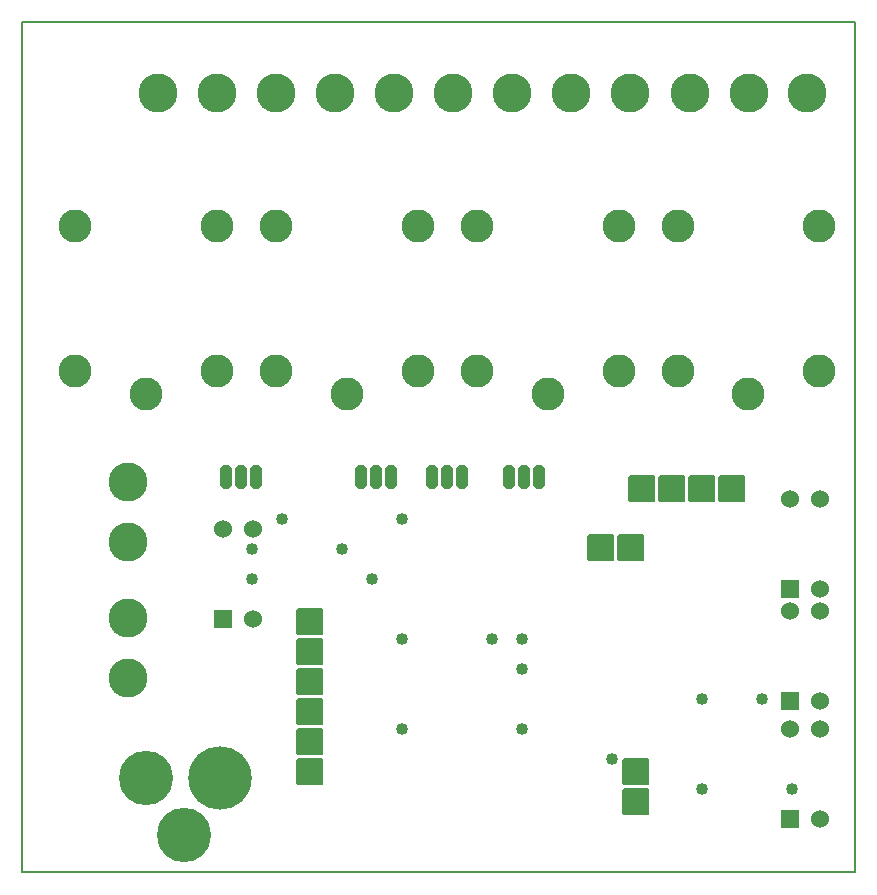
<source format=gbr>
G04 PROTEUS GERBER X2 FILE*
%TF.GenerationSoftware,Labcenter,Proteus,8.13-SP0-Build31525*%
%TF.CreationDate,2022-07-11T20:54:32+00:00*%
%TF.FileFunction,Soldermask,Bot*%
%TF.FilePolarity,Negative*%
%TF.Part,Single*%
%TF.SameCoordinates,{67e9d6b1-9973-4f3b-b57f-a68231676cbc}*%
%FSLAX45Y45*%
%MOMM*%
G01*
%TA.AperFunction,Material*%
%ADD72C,1.016000*%
%TA.AperFunction,Material*%
%ADD73C,3.302000*%
%AMPPAD028*
4,1,36,
-0.635000,0.762000,
0.635000,0.762000,
0.660970,0.759470,
0.684980,0.752200,
0.706580,0.740650,
0.725290,0.725290,
0.740650,0.706570,
0.752200,0.684980,
0.759470,0.660970,
0.762000,0.635000,
0.762000,-0.635000,
0.759470,-0.660970,
0.752200,-0.684980,
0.740650,-0.706570,
0.725290,-0.725290,
0.706580,-0.740650,
0.684980,-0.752200,
0.660970,-0.759470,
0.635000,-0.762000,
-0.635000,-0.762000,
-0.660970,-0.759470,
-0.684980,-0.752200,
-0.706580,-0.740650,
-0.725290,-0.725290,
-0.740650,-0.706570,
-0.752200,-0.684980,
-0.759470,-0.660970,
-0.762000,-0.635000,
-0.762000,0.635000,
-0.759470,0.660970,
-0.752200,0.684980,
-0.740650,0.706570,
-0.725290,0.725290,
-0.706580,0.740650,
-0.684980,0.752200,
-0.660970,0.759470,
-0.635000,0.762000,
0*%
%TA.AperFunction,Material*%
%ADD34PPAD028*%
%ADD35C,1.524000*%
%TA.AperFunction,Material*%
%ADD36C,2.794000*%
%AMPPAD031*
4,1,36,
-1.016000,1.143000,
1.016000,1.143000,
1.041970,1.140470,
1.065980,1.133200,
1.087580,1.121650,
1.106290,1.106290,
1.121650,1.087570,
1.133200,1.065980,
1.140470,1.041970,
1.143000,1.016000,
1.143000,-1.016000,
1.140470,-1.041970,
1.133200,-1.065980,
1.121650,-1.087570,
1.106290,-1.106290,
1.087580,-1.121650,
1.065980,-1.133200,
1.041970,-1.140470,
1.016000,-1.143000,
-1.016000,-1.143000,
-1.041970,-1.140470,
-1.065980,-1.133200,
-1.087580,-1.121650,
-1.106290,-1.106290,
-1.121650,-1.087570,
-1.133200,-1.065980,
-1.140470,-1.041970,
-1.143000,-1.016000,
-1.143000,1.016000,
-1.140470,1.041970,
-1.133200,1.065980,
-1.121650,1.087570,
-1.106290,1.106290,
-1.087580,1.121650,
-1.065980,1.133200,
-1.041970,1.140470,
-1.016000,1.143000,
0*%
%TA.AperFunction,Material*%
%ADD37PPAD031*%
%TA.AperFunction,Material*%
%ADD38C,4.600000*%
%ADD39C,5.360000*%
%AMPPAD034*
4,1,34,
0.000010,1.040000,
0.106330,1.029650,
0.204650,0.999880,
0.293070,0.952590,
0.369690,0.889690,
0.432590,0.813070,
0.479880,0.724650,
0.509650,0.626330,
0.520000,0.520010,
0.520000,-0.520010,
0.509650,-0.626330,
0.479880,-0.724650,
0.432590,-0.813070,
0.369690,-0.889690,
0.293070,-0.952590,
0.204650,-0.999880,
0.106330,-1.029650,
-0.000010,-1.040000,
-0.106330,-1.029650,
-0.204650,-0.999880,
-0.293070,-0.952590,
-0.369690,-0.889690,
-0.432590,-0.813070,
-0.479880,-0.724650,
-0.509650,-0.626330,
-0.520000,-0.520010,
-0.520000,0.520010,
-0.509650,0.626330,
-0.479880,0.724650,
-0.432590,0.813070,
-0.369690,0.889690,
-0.293070,0.952590,
-0.204650,0.999880,
-0.106330,1.029650,
0.000010,1.040000,
0*%
%ADD40PPAD034*%
%AMPPAD036*
4,1,36,
-1.143000,-1.016000,
-1.143000,1.016000,
-1.140470,1.041970,
-1.133200,1.065980,
-1.121650,1.087580,
-1.106290,1.106290,
-1.087570,1.121650,
-1.065980,1.133200,
-1.041970,1.140470,
-1.016000,1.143000,
1.016000,1.143000,
1.041970,1.140470,
1.065980,1.133200,
1.087570,1.121650,
1.106290,1.106290,
1.121650,1.087580,
1.133200,1.065980,
1.140470,1.041970,
1.143000,1.016000,
1.143000,-1.016000,
1.140470,-1.041970,
1.133200,-1.065980,
1.121650,-1.087580,
1.106290,-1.106290,
1.087570,-1.121650,
1.065980,-1.133200,
1.041970,-1.140470,
1.016000,-1.143000,
-1.016000,-1.143000,
-1.041970,-1.140470,
-1.065980,-1.133200,
-1.087570,-1.121650,
-1.106290,-1.106290,
-1.121650,-1.087580,
-1.133200,-1.065980,
-1.140470,-1.041970,
-1.143000,-1.016000,
0*%
%TA.AperFunction,Material*%
%ADD42PPAD036*%
%TA.AperFunction,Profile*%
%ADD24C,0.203200*%
%TD.AperFunction*%
D72*
X+2202000Y+2996000D03*
X+3218000Y+1218000D03*
X+3218000Y+1980000D03*
X+1948000Y+2742000D03*
X+1948000Y+2488000D03*
X+4234000Y+1218000D03*
X+2710000Y+2742000D03*
X+5758000Y+710000D03*
X+3218000Y+2996000D03*
X+5758000Y+1472000D03*
X+4996000Y+964000D03*
X+6266000Y+1472000D03*
X+6520000Y+710000D03*
X+4234000Y+1726000D03*
X+4234000Y+1980000D03*
X+3980000Y+1980000D03*
X+2964000Y+2488000D03*
D73*
X+1150000Y+6600000D03*
X+1650380Y+6600000D03*
X+2150760Y+6600000D03*
X+2651140Y+6600000D03*
X+3148980Y+6600000D03*
X+3649360Y+6600000D03*
X+4149740Y+6600000D03*
X+4650120Y+6600000D03*
X+5150500Y+6600000D03*
X+5650880Y+6600000D03*
X+6151260Y+6600000D03*
X+6649100Y+6600000D03*
D34*
X+1700000Y+2150000D03*
D35*
X+1954000Y+2150000D03*
X+1954000Y+2912000D03*
X+1700000Y+2912000D03*
D34*
X+6500000Y+2400000D03*
D35*
X+6754000Y+2400000D03*
X+6754000Y+3162000D03*
X+6500000Y+3162000D03*
D34*
X+6500000Y+1450000D03*
D35*
X+6754000Y+1450000D03*
X+6754000Y+2212000D03*
X+6500000Y+2212000D03*
D34*
X+6500000Y+450000D03*
D35*
X+6754000Y+450000D03*
X+6754000Y+1212000D03*
X+6500000Y+1212000D03*
D73*
X+900000Y+2800000D03*
X+900000Y+3308000D03*
X+900000Y+1650000D03*
X+900000Y+2158000D03*
D36*
X+2150000Y+4250000D03*
X+3350000Y+4250000D03*
X+2750000Y+4050000D03*
X+2150000Y+5470000D03*
X+3350000Y+5470000D03*
X+450000Y+4250000D03*
X+1650000Y+4250000D03*
X+1050000Y+4050000D03*
X+450000Y+5470000D03*
X+1650000Y+5470000D03*
X+3850000Y+4250000D03*
X+5050000Y+4250000D03*
X+4450000Y+4050000D03*
X+3850000Y+5470000D03*
X+5050000Y+5470000D03*
X+5550000Y+4250000D03*
X+6750000Y+4250000D03*
X+6150000Y+4050000D03*
X+5550000Y+5470000D03*
X+6750000Y+5470000D03*
D37*
X+5250000Y+3250000D03*
X+5504000Y+3250000D03*
X+5758000Y+3250000D03*
X+6012000Y+3250000D03*
D38*
X+1375000Y+320000D03*
X+1050000Y+800000D03*
D39*
X+1675000Y+800000D03*
D37*
X+4900000Y+2750000D03*
X+5154000Y+2750000D03*
D40*
X+1723000Y+3350000D03*
X+1850000Y+3350000D03*
X+1977000Y+3350000D03*
X+4123000Y+3350000D03*
X+4250000Y+3350000D03*
X+4377000Y+3350000D03*
X+3473000Y+3350000D03*
X+3600000Y+3350000D03*
X+3727000Y+3350000D03*
X+2873000Y+3350000D03*
X+3000000Y+3350000D03*
X+3127000Y+3350000D03*
D42*
X+2439699Y+850000D03*
X+2439699Y+1104000D03*
X+2439699Y+1358000D03*
X+2439699Y+1612000D03*
X+2439699Y+1866000D03*
X+2439699Y+2120000D03*
X+5200000Y+600000D03*
X+5200000Y+854000D03*
D24*
X+0Y+0D02*
X+7050000Y+0D01*
X+7050000Y+7200000D01*
X+0Y+7200000D01*
X+0Y+0D01*
M02*

</source>
